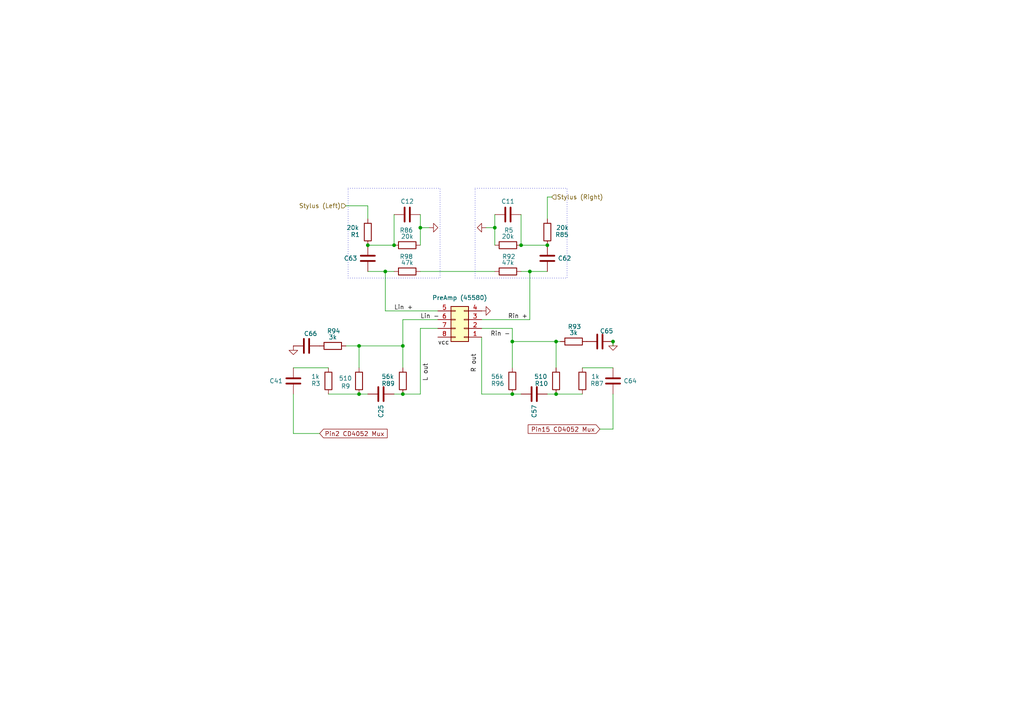
<source format=kicad_sch>
(kicad_sch (version 20250114) (generator "eeschema") (generator_version "9.0")
  (paper "A4")
  (lib_symbols
    (symbol "Connector_Generic:Conn_02x04_Counter_Clockwise" (pin_names (offset 1.016) (hide yes))
      (property "Reference" "J" (at 1.27 5.08 0))
      (property "Value" "Conn_02x04_Counter_Clockwise" (at 1.27 -7.62 0))
      (symbol "Conn_02x04_Counter_Clockwise_1_1"
        (rectangle (start -1.27 3.81) (end 3.81 -6.35) (stroke (width 0.254)) (fill (type background)))
        (rectangle (start -1.27 2.667) (end 0 2.413) (stroke (width 0.1524)))
        (rectangle (start -1.27 0.127) (end 0 -0.127) (stroke (width 0.1524)))
        (rectangle (start -1.27 -2.413) (end 0 -2.667) (stroke (width 0.1524)))
        (rectangle (start -1.27 -4.953) (end 0 -5.207) (stroke (width 0.1524)))
        (rectangle (start 3.81 2.667) (end 2.54 2.413) (stroke (width 0.1524)))
        (rectangle (start 3.81 0.127) (end 2.54 -0.127) (stroke (width 0.1524)))
        (rectangle (start 3.81 -2.413) (end 2.54 -2.667) (stroke (width 0.1524)))
        (rectangle (start 3.81 -4.953) (end 2.54 -5.207) (stroke (width 0.1524)))
        (pin passive line (at -5.08 2.54 0) (length 3.81) (name "Pin_1") (number "1"))
        (pin passive line (at -5.08 0 0) (length 3.81) (name "Pin_2") (number "2"))
        (pin passive line (at -5.08 -2.54 0) (length 3.81) (name "Pin_3") (number "3"))
        (pin passive line (at -5.08 -5.08 0) (length 3.81) (name "Pin_4") (number "4"))
        (pin passive line (at 7.62 2.54 180) (length 3.81) (name "Pin_8") (number "8"))
        (pin passive line (at 7.62 0 180) (length 3.81) (name "Pin_7") (number "7"))
        (pin passive line (at 7.62 -2.54 180) (length 3.81) (name "Pin_6") (number "6"))
        (pin passive line (at 7.62 -5.08 180) (length 3.81) (name "Pin_5") (number "5"))
      )
    )
    (symbol "Device:C" (pin_numbers (hide yes)) (pin_names (offset 0.254))
      (property "Reference" "C" (at 0.635 2.54 0))
      (property "Value" "C" (at 0.635 -2.54 0))
      (symbol "C_0_1"
        (polyline (pts (xy -2.032 0.762) (xy 2.032 0.762)) (stroke (width 0.508)))
        (polyline (pts (xy -2.032 -0.762) (xy 2.032 -0.762)) (stroke (width 0.508)))
      )
      (symbol "C_1_1"
        (pin passive line (at 0 3.81 270) (length 2.794) (name "~") (number "1"))
        (pin passive line (at 0 -3.81 90) (length 2.794) (name "~") (number "2"))
      )
    )
    (symbol "Device:R" (pin_numbers (hide yes)) (pin_names (offset 0))
      (property "Reference" "R" (at 2.032 0 90))
      (property "Value" "R" (at 0 0 90))
      (symbol "R_0_1"
        (rectangle (start -1.016 -2.54) (end 1.016 2.54) (stroke (width 0.254)))
      )
      (symbol "R_1_1"
        (pin passive line (at 0 3.81 270) (length 1.27) (name "~") (number "1"))
        (pin passive line (at 0 -3.81 90) (length 1.27) (name "~") (number "2"))
      )
    )
    (symbol "power:GND" (power) (pin_numbers (hide yes)) (pin_names (offset 0) (hide yes))
      (property "Value" "GND" (at 0 -3.81 0))
      (symbol "GND_0_1"
        (polyline (pts (xy 0 0) (xy 0 -1.27) (xy 1.27 -1.27) (xy 0 -2.54) (xy -1.27 -1.27) (xy 0 -1.27)))
      )
      (symbol "GND_1_1"
        (pin power_in line (at 0 0 270) (length 0) (name "~") (number "1"))
      )
    )
  )
  (rectangle (start 100.965 54.61) (end 127.635 80.645) (stroke (width 0) (type dot)))
  (rectangle (start 164.465 54.61) (end 137.795 80.645) (stroke (width 0) (type dot)))
  (junction (at 143.51 66.04))
  (junction (at 121.92 66.04))
  (junction (at 148.59 99.06))
  (junction (at 158.75 71.12))
  (junction (at 116.84 100.33))
  (junction (at 177.8 99.06))
  (junction (at 161.29 99.06))
  (junction (at 151.13 71.12))
  (junction (at 148.59 114.3))
  (junction (at 104.14 100.33))
  (junction (at 116.84 114.3))
  (junction (at 106.68 71.12))
  (junction (at 111.76 78.74))
  (junction (at 161.29 114.3))
  (junction (at 114.3 71.12))
  (junction (at 153.67 78.74))
  (junction (at 104.14 114.3))
  (wire (pts (xy 106.68 59.69) (xy 100.33 59.69)))
  (wire (pts (xy 158.75 71.12) (xy 151.13 71.12)))
  (wire (pts (xy 121.92 66.04) (xy 124.46 66.04)))
  (wire (pts (xy 100.33 100.33) (xy 104.14 100.33)))
  (wire (pts (xy 158.75 57.15) (xy 160.02 57.15)))
  (wire (pts (xy 104.14 100.33) (xy 116.84 100.33)))
  (wire (pts (xy 139.7 95.25) (xy 148.59 95.25)))
  (wire (pts (xy 173.99 124.46) (xy 177.8 124.46)))
  (wire (pts (xy 121.92 114.3) (xy 116.84 114.3)))
  (wire (pts (xy 116.84 92.71) (xy 116.84 100.33)))
  (wire (pts (xy 121.92 62.23) (xy 121.92 66.04)))
  (wire (pts (xy 111.76 90.17) (xy 111.76 78.74)))
  (wire (pts (xy 114.3 62.23) (xy 114.3 71.12)))
  (wire (pts (xy 143.51 66.04) (xy 140.97 66.04)))
  (wire (pts (xy 127 95.25) (xy 121.92 95.25)))
  (wire (pts (xy 143.51 62.23) (xy 143.51 66.04)))
  (wire (pts (xy 111.76 90.17) (xy 127 90.17)))
  (wire (pts (xy 106.68 63.5) (xy 106.68 59.69)))
  (wire (pts (xy 161.29 99.06) (xy 148.59 99.06)))
  (wire (pts (xy 139.7 97.79) (xy 139.7 114.3)))
  (wire (pts (xy 177.8 99.06) (xy 177.8 100.33)))
  (wire (pts (xy 158.75 63.5) (xy 158.75 57.15)))
  (wire (pts (xy 168.91 106.68) (xy 177.8 106.68)))
  (wire (pts (xy 162.56 99.06) (xy 161.29 99.06)))
  (wire (pts (xy 111.76 78.74) (xy 106.68 78.74)))
  (wire (pts (xy 106.68 71.12) (xy 114.3 71.12)))
  (wire (pts (xy 121.92 66.04) (xy 121.92 71.12)))
  (wire (pts (xy 85.09 114.3) (xy 85.09 125.73)))
  (wire (pts (xy 114.3 114.3) (xy 116.84 114.3)))
  (wire (pts (xy 85.09 106.68) (xy 95.25 106.68)))
  (wire (pts (xy 127 92.71) (xy 116.84 92.71)))
  (wire (pts (xy 151.13 114.3) (xy 148.59 114.3)))
  (wire (pts (xy 148.59 99.06) (xy 148.59 106.68)))
  (wire (pts (xy 121.92 78.74) (xy 143.51 78.74)))
  (wire (pts (xy 153.67 92.71) (xy 153.67 78.74)))
  (wire (pts (xy 139.7 114.3) (xy 148.59 114.3)))
  (wire (pts (xy 151.13 78.74) (xy 153.67 78.74)))
  (wire (pts (xy 151.13 62.23) (xy 151.13 71.12)))
  (wire (pts (xy 177.8 124.46) (xy 177.8 114.3)))
  (wire (pts (xy 148.59 95.25) (xy 148.59 99.06)))
  (wire (pts (xy 158.75 114.3) (xy 161.29 114.3)))
  (wire (pts (xy 153.67 78.74) (xy 158.75 78.74)))
  (wire (pts (xy 139.7 92.71) (xy 153.67 92.71)))
  (wire (pts (xy 116.84 100.33) (xy 116.84 106.68)))
  (wire (pts (xy 121.92 95.25) (xy 121.92 114.3)))
  (wire (pts (xy 161.29 106.68) (xy 161.29 99.06)))
  (wire (pts (xy 143.51 66.04) (xy 143.51 71.12)))
  (wire (pts (xy 104.14 114.3) (xy 106.68 114.3)))
  (wire (pts (xy 104.14 106.68) (xy 104.14 100.33)))
  (wire (pts (xy 95.25 114.3) (xy 104.14 114.3)))
  (wire (pts (xy 85.09 125.73) (xy 92.71 125.73)))
  (wire (pts (xy 161.29 114.3) (xy 168.91 114.3)))
  (wire (pts (xy 114.3 78.74) (xy 111.76 78.74)))
  (label "vcc" (at 127 100.33 0))
  (label "Rin +" (at 147.32 92.71 0))
  (label "Rin -" (at 142.24 97.79 0))
  (label "L out" (at 124.46 110.49 90))
  (label "Lin -" (at 121.92 92.71 0))
  (label "R out" (at 138.43 107.95 90))
  (label "Lin +" (at 114.3 90.17 0))
  (global_label "Pin2 CD4052 Mux" (shape input) (at 92.71 125.73 0) (property "Intersheetrefs" "${INTERSHEET_REFS}" (effects (hide yes))))
  (global_label "Pin15 CD4052 Mux" (shape input) (at 173.99 124.46 180) (property "Intersheetrefs" "${INTERSHEET_REFS}" (effects (hide yes))))
  (hierarchical_label "Stylus (Right)" (shape input) (at 160.02 57.15 0))
  (hierarchical_label "Stylus (Left)" (shape input) (at 100.33 59.69 180))
  (symbol (lib_id "Device:R") (at 147.32 78.74 90) (mirror x) (unit 1)
    (property "Reference" "R92" (at 147.574 74.422 90))
    (property "Value" "47k" (at 147.32 76.2 90))
    (property "Description" "Resistor" (effects (hide yes)))
  )
  (symbol (lib_id "Device:R") (at 148.59 110.49 180) (unit 1)
    (property "Reference" "R96" (at 146.304 111.252 0) (effects (justify left)))
    (property "Value" "56k" (at 146.05 109.2201 0) (effects (justify left)))
    (property "Description" "Resistor" (effects (hide yes)))
  )
  (symbol (lib_id "Device:R") (at 116.84 110.49 180) (unit 1)
    (property "Reference" "R89" (at 114.554 111.252 0) (effects (justify left)))
    (property "Value" "56k" (at 114.3 109.2201 0) (effects (justify left)))
    (property "Description" "Resistor" (effects (hide yes)))
  )
  (symbol (lib_id "power:GND") (at 124.46 66.04 90) (unit 1)
    (property "Reference" "#PWR09" (effects (hide yes)))
    (property "Value" "GND" (effects (hide yes)))
    (property "Description" "Power symbol creates a global label with name \"GND\" , ground" (effects (hide yes)))
  )
  (symbol (lib_id "power:GND") (at 140.97 66.04 270) (mirror x) (unit 1)
    (property "Reference" "#PWR011" (effects (hide yes)))
    (property "Value" "GND" (effects (hide yes)))
    (property "Description" "Power symbol creates a global label with name \"GND\" , ground" (effects (hide yes)))
  )
  (symbol (lib_id "Device:C") (at 110.49 114.3 270) (unit 1)
    (property "Reference" "C25" (at 110.49 117.348 0) (effects (justify left)))
    (property "Value" "C" (effects (hide yes)))
    (property "Description" "Unpolarized capacitor" (effects (hide yes)))
  )
  (symbol (lib_id "Device:C") (at 85.09 110.49 0) (mirror y) (unit 1)
    (property "Reference" "C41" (at 82.042 110.49 0) (effects (justify left)))
    (property "Value" "C" (effects (hide yes)))
    (property "Description" "Unpolarized capacitor" (effects (hide yes)))
  )
  (symbol (lib_id "Device:R") (at 147.32 71.12 90) (mirror x) (unit 1)
    (property "Reference" "R5" (at 147.574 66.802 90))
    (property "Value" "20k" (at 147.32 68.58 90))
    (property "Description" "Resistor" (effects (hide yes)))
  )
  (symbol (lib_id "Device:C") (at 158.75 74.93 0) (mirror x) (unit 1)
    (property "Reference" "C62" (at 161.798 74.93 0) (effects (justify left)))
    (property "Value" "C" (effects (hide yes)))
    (property "Description" "Unpolarized capacitor" (effects (hide yes)))
  )
  (symbol (lib_id "Device:R") (at 168.91 110.49 0) (mirror x) (unit 1)
    (property "Reference" "R87" (at 171.196 111.252 0) (effects (justify left)))
    (property "Value" "1k" (at 171.45 109.2201 0) (effects (justify left)))
    (property "Description" "Resistor" (effects (hide yes)))
  )
  (symbol (lib_id "Device:R") (at 166.37 99.06 90) (mirror x) (unit 1)
    (property "Reference" "R93" (at 166.624 94.742 90))
    (property "Value" "3k" (at 166.37 96.52 90))
    (property "Description" "Resistor" (effects (hide yes)))
  )
  (symbol (lib_id "Device:R") (at 106.68 67.31 180) (unit 1)
    (property "Reference" "R1" (at 104.394 68.072 0) (effects (justify left)))
    (property "Value" "20k" (at 104.14 66.0401 0) (effects (justify left)))
    (property "Description" "Resistor" (effects (hide yes)))
  )
  (symbol (lib_id "Device:C") (at 88.9 100.33 270) (mirror x) (unit 1)
    (property "Reference" "C66" (at 88.138 96.774 90) (effects (justify left)))
    (property "Value" "C" (effects (hide yes)))
    (property "Description" "Unpolarized capacitor" (effects (hide yes)))
  )
  (symbol (lib_id "Device:R") (at 96.52 100.33 90) (mirror x) (unit 1)
    (property "Reference" "R94" (at 96.774 96.012 90))
    (property "Value" "3k" (at 96.52 97.79 90))
    (property "Description" "Resistor" (effects (hide yes)))
  )
  (symbol (lib_id "Device:R") (at 161.29 110.49 180) (unit 1)
    (property "Reference" "R10" (at 159.004 111.252 0) (effects (justify left)))
    (property "Value" "510" (at 158.75 109.2201 0) (effects (justify left)))
    (property "Description" "Resistor" (effects (hide yes)))
  )
  (symbol (lib_id "power:GND") (at 177.8 99.06 0) (mirror y) (unit 1)
    (property "Reference" "#PWR027" (effects (hide yes)))
    (property "Value" "GND" (effects (hide yes)))
    (property "Description" "Power symbol creates a global label with name \"GND\" , ground" (effects (hide yes)))
  )
  (symbol (lib_id "Device:C") (at 173.99 99.06 270) (mirror x) (unit 1)
    (property "Reference" "C65" (at 173.99 96.012 90) (effects (justify left)))
    (property "Value" "C" (effects (hide yes)))
    (property "Description" "Unpolarized capacitor" (effects (hide yes)))
  )
  (symbol (lib_id "Device:C") (at 118.11 62.23 270) (unit 1)
    (property "Reference" "C12" (at 118.11 58.42 90))
    (property "Value" "C" (effects (hide yes)))
    (property "Description" "Unpolarized capacitor" (effects (hide yes)))
  )
  (symbol (lib_id "power:GND") (at 85.09 100.33 0) (unit 1)
    (property "Reference" "#PWR026" (effects (hide yes)))
    (property "Value" "GND" (effects (hide yes)))
    (property "Description" "Power symbol creates a global label with name \"GND\" , ground" (effects (hide yes)))
  )
  (symbol (lib_id "Device:R") (at 158.75 67.31 0) (mirror x) (unit 1)
    (property "Reference" "R85" (at 161.036 68.072 0) (effects (justify left)))
    (property "Value" "20k" (at 161.29 66.0401 0) (effects (justify left)))
    (property "Description" "Resistor" (effects (hide yes)))
  )
  (symbol (lib_id "Device:R") (at 104.14 110.49 180) (unit 1)
    (property "Reference" "R9" (at 101.6 112.014 0) (effects (justify left)))
    (property "Value" "510" (at 102.108 109.728 0) (effects (justify left)))
    (property "Description" "Resistor" (effects (hide yes)))
  )
  (symbol (lib_id "Connector_Generic:Conn_02x04_Counter_Clockwise") (at 134.62 95.25 180) (unit 1)
    (property "Reference" "J3" (effects (hide yes)))
    (property "Value" "PreAmp (45580)" (at 133.35 86.36 0))
    (property "Description" "Generic connector, double row, 02x04, counter clockwise pin numbering scheme (similar to DIP package numbering), script generated (kicad-library-utils/schlib/autogen/connector/)" (effects (hide yes)))
  )
  (symbol (lib_id "power:GND") (at 139.7 90.17 90) (unit 1)
    (property "Reference" "#PWR013" (effects (hide yes)))
    (property "Value" "GND" (effects (hide yes)))
    (property "Description" "Power symbol creates a global label with name \"GND\" , ground" (effects (hide yes)))
  )
  (symbol (lib_id "Device:R") (at 118.11 71.12 270) (unit 1)
    (property "Reference" "R86" (at 117.856 66.802 90))
    (property "Value" "20k" (at 118.11 68.58 90))
    (property "Description" "Resistor" (effects (hide yes)))
  )
  (symbol (lib_id "Device:C") (at 177.8 110.49 0) (unit 1)
    (property "Reference" "C64" (at 180.848 110.49 0) (effects (justify left)))
    (property "Value" "C" (effects (hide yes)))
    (property "Description" "Unpolarized capacitor" (effects (hide yes)))
  )
  (symbol (lib_id "Device:C") (at 154.94 114.3 90) (mirror x) (unit 1)
    (property "Reference" "C57" (at 154.94 117.348 0) (effects (justify left)))
    (property "Value" "C" (effects (hide yes)))
    (property "Description" "Unpolarized capacitor" (effects (hide yes)))
  )
  (symbol (lib_id "Device:R") (at 118.11 78.74 270) (unit 1)
    (property "Reference" "R98" (at 117.856 74.422 90))
    (property "Value" "47k" (at 118.11 76.2 90))
    (property "Description" "Resistor" (effects (hide yes)))
  )
  (symbol (lib_id "Device:R") (at 95.25 110.49 180) (unit 1)
    (property "Reference" "R3" (at 92.964 111.252 0) (effects (justify left)))
    (property "Value" "1k" (at 92.71 109.2201 0) (effects (justify left)))
    (property "Description" "Resistor" (effects (hide yes)))
  )
  (symbol (lib_id "Device:C") (at 147.32 62.23 90) (mirror x) (unit 1)
    (property "Reference" "C11" (at 147.32 58.42 90))
    (property "Value" "C" (effects (hide yes)))
    (property "Description" "Unpolarized capacitor" (effects (hide yes)))
  )
  (symbol (lib_id "Device:C") (at 106.68 74.93 180) (unit 1)
    (property "Reference" "C63" (at 103.632 74.93 0) (effects (justify left)))
    (property "Value" "C" (effects (hide yes)))
    (property "Description" "Unpolarized capacitor" (effects (hide yes)))
  )
)
</source>
